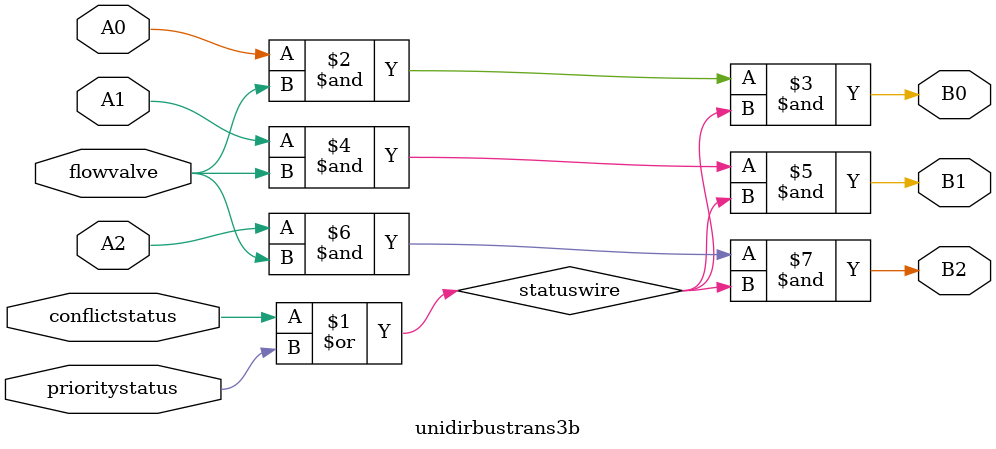
<source format=v>
module unidirbustrans3b (A0, A1, A2,
	flowvalve, conflictstatus, prioritystatus,
	B0, B1, B2,);
	
	//Entradas
	//(A0, A1, A2) = Entradas a serem liberadas ou barradas
	//flowvalve = variavel que necessita estar em nivel logico ALTO para liberar a passagem de informacao
	//conflictstatus, prioritystatus = variaveis que, dentre as duas, ao menos uma necessita estar em nivel logico ALTO para liberar a passagem de informacao
	input A0, A1, A2, flowvalve, conflictstatus, prioritystatus;
	
	//Saidas
	// (B0, B1, B2) = Saidas que podem ser permitidas ou barradas pelo circuito
	output B0, B1, B2;
	
	//Fio do modulo
	wire statuswire;
	

//Condicional OR para ver se ou temos prioridade, ou nao existe conflito
or hasprioritORnoconflict (statuswire, conflictstatus, prioritystatus);

//Permite a passagem de informacao nas condicoes estabelecidas
and A0toB0(B0, A0, flowvalve, statuswire);
and A1toB1(B1, A1, flowvalve, statuswire);
and A2toB2(B2, A2, flowvalve, statuswire);

endmodule

</source>
